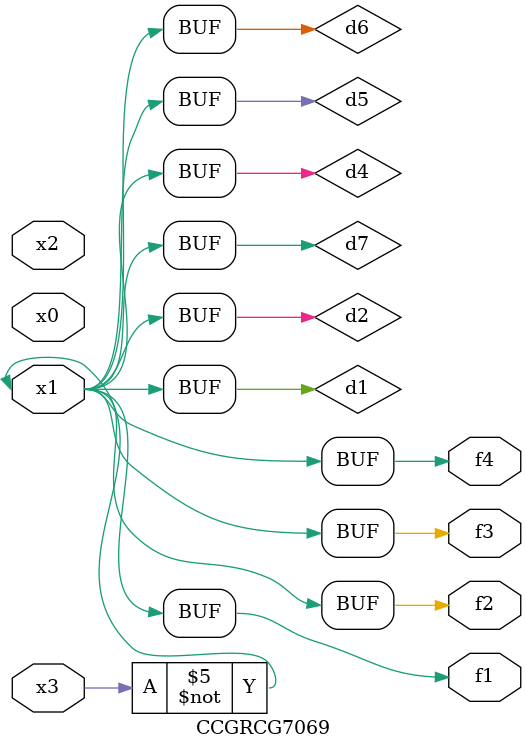
<source format=v>
module CCGRCG7069(
	input x0, x1, x2, x3,
	output f1, f2, f3, f4
);

	wire d1, d2, d3, d4, d5, d6, d7;

	not (d1, x3);
	buf (d2, x1);
	xnor (d3, d1, d2);
	nor (d4, d1);
	buf (d5, d1, d2);
	buf (d6, d4, d5);
	nand (d7, d4);
	assign f1 = d6;
	assign f2 = d7;
	assign f3 = d6;
	assign f4 = d6;
endmodule

</source>
